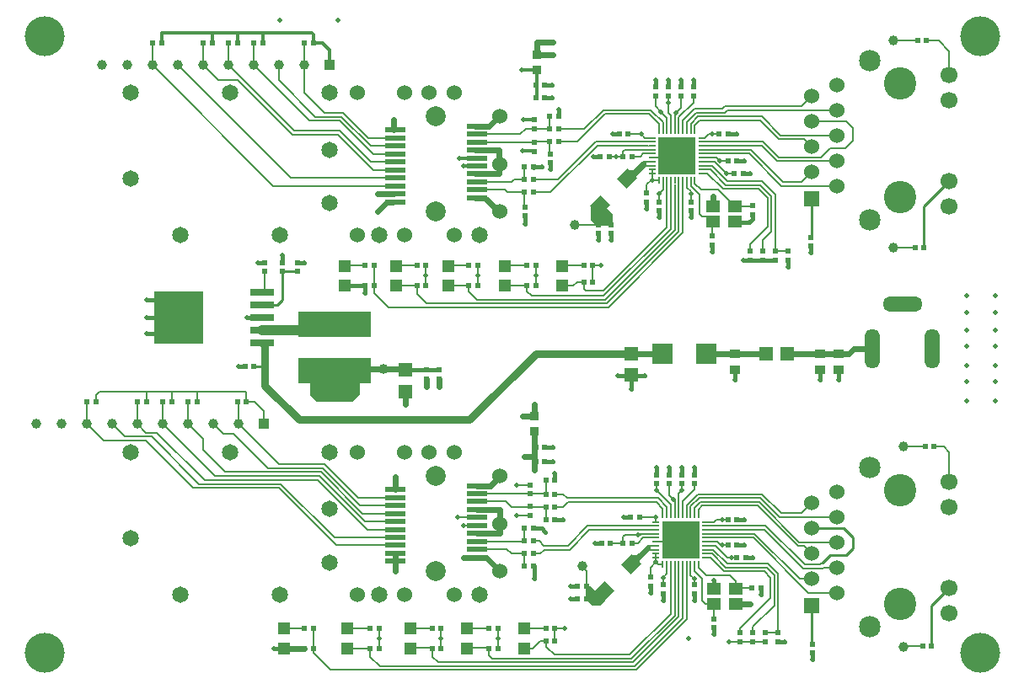
<source format=gtl>
%FSLAX44Y44*%
%MOMM*%
G71*
G01*
G75*
G04 Layer_Physical_Order=1*
G04 Layer_Color=255*
%ADD10R,0.5000X0.6000*%
%ADD11R,0.6000X0.5000*%
%ADD12R,1.2954X1.1938*%
%ADD13R,2.0000X0.5004*%
%ADD14R,1.0160X0.8890*%
%ADD15R,1.3970X1.3970*%
G04:AMPARAMS|DCode=16|XSize=1.5mm|YSize=1.4mm|CornerRadius=0mm|HoleSize=0mm|Usage=FLASHONLY|Rotation=225.000|XOffset=0mm|YOffset=0mm|HoleType=Round|Shape=Rectangle|*
%AMROTATEDRECTD16*
4,1,4,0.0354,1.0253,1.0253,0.0354,-0.0354,-1.0253,-1.0253,-0.0354,0.0354,1.0253,0.0*
%
%ADD16ROTATEDRECTD16*%

%ADD17R,0.8000X0.2000*%
%ADD18R,0.2000X0.8000*%
%ADD19R,3.7000X3.7000*%
%ADD20R,1.4000X1.2000*%
%ADD21R,0.8128X0.8128*%
%ADD22C,1.0000*%
G04:AMPARAMS|DCode=23|XSize=2mm|YSize=2mm|CornerRadius=0mm|HoleSize=0mm|Usage=FLASHONLY|Rotation=180.000|XOffset=0mm|YOffset=0mm|HoleType=Round|Shape=RoundedRectangle|*
%AMROUNDEDRECTD23*
21,1,2.0000,2.0000,0,0,180.0*
21,1,2.0000,2.0000,0,0,180.0*
1,1,0.0000,-1.0000,1.0000*
1,1,0.0000,1.0000,1.0000*
1,1,0.0000,1.0000,-1.0000*
1,1,0.0000,-1.0000,-1.0000*
%
%ADD23ROUNDEDRECTD23*%
%ADD24R,2.4000X0.8000*%
%ADD25R,5.0000X5.3000*%
%ADD26R,1.3970X1.3970*%
%ADD27R,7.3000X2.6500*%
%ADD28C,0.8000*%
%ADD29C,0.1780*%
%ADD30C,0.4000*%
%ADD31C,0.2000*%
%ADD32C,0.3000*%
%ADD33C,0.6000*%
%ADD34C,0.1270*%
%ADD35C,0.2540*%
%ADD36C,0.1800*%
%ADD37C,1.0000*%
%ADD38R,0.8890X0.8890*%
%ADD39C,3.2500*%
%ADD40R,1.5240X1.5240*%
%ADD41C,1.5240*%
%ADD42C,2.1590*%
%ADD43C,1.7000*%
%ADD44C,1.6500*%
%ADD45R,1.0000X1.0000*%
%ADD46C,4.0000*%
%ADD47O,1.5000X4.0000*%
%ADD48O,4.0000X1.5000*%
%ADD49C,0.5000*%
%ADD50C,2.0000*%
G36*
X638810Y133510D02*
X638741D01*
Y133281D01*
X624840Y119380D01*
X622300D01*
X619760Y121920D01*
X635350Y137510D01*
X638810D01*
Y133510D01*
D02*
G37*
G36*
X584200Y91440D02*
X586740D01*
X593090Y85090D01*
Y82550D01*
X588010Y77470D01*
X580390D01*
X574730Y83130D01*
Y96520D01*
X579120D01*
X584200Y91440D01*
D02*
G37*
G36*
X346710Y309880D02*
Y289560D01*
X339090Y281940D01*
X303530D01*
X297180Y288290D01*
Y312420D01*
X344170D01*
X346710Y309880D01*
D02*
G37*
G36*
X635000Y519590D02*
X634931D01*
Y519361D01*
X621030Y505460D01*
X618490D01*
X615950Y508000D01*
Y509270D01*
X630271Y523591D01*
X635000D01*
Y519590D01*
D02*
G37*
G36*
X588950Y478790D02*
X593090D01*
X600710Y471170D01*
Y461700D01*
X599440Y460430D01*
X583510D01*
X579120Y464820D01*
Y478790D01*
X579590Y479260D01*
X588480D01*
X588950Y478790D01*
D02*
G37*
D10*
X300410Y642620D02*
D03*
X291410D02*
D03*
X249610D02*
D03*
X240610D02*
D03*
X224210D02*
D03*
X215210D02*
D03*
X198810D02*
D03*
X189810D02*
D03*
X921440Y36830D02*
D03*
X912440D02*
D03*
X148010Y642620D02*
D03*
X139010D02*
D03*
X476830Y34290D02*
D03*
X485830D02*
D03*
X240720Y317500D02*
D03*
X231720D02*
D03*
X352370Y398780D02*
D03*
X361370D02*
D03*
X352370Y419100D02*
D03*
X361370D02*
D03*
X404440D02*
D03*
X413440D02*
D03*
X404440Y398780D02*
D03*
X413440D02*
D03*
X456510D02*
D03*
X465510D02*
D03*
X456510Y419100D02*
D03*
X465510D02*
D03*
X514930D02*
D03*
X523930D02*
D03*
X514930Y398780D02*
D03*
X523930D02*
D03*
X572080Y402590D02*
D03*
X581080D02*
D03*
X572080Y419100D02*
D03*
X581080D02*
D03*
X620450Y528320D02*
D03*
X611450D02*
D03*
X616640Y551180D02*
D03*
X607640D02*
D03*
X707970D02*
D03*
X716970D02*
D03*
X723210Y511810D02*
D03*
X732210D02*
D03*
X532820Y600710D02*
D03*
X523820D02*
D03*
X532820Y588010D02*
D03*
X523820D02*
D03*
X532820Y222250D02*
D03*
X523820D02*
D03*
X532820Y236220D02*
D03*
X523820D02*
D03*
X620450Y139700D02*
D03*
X611450D02*
D03*
X598860D02*
D03*
X589860D02*
D03*
X628070Y166370D02*
D03*
X619070D02*
D03*
X716860Y163830D02*
D03*
X725860D02*
D03*
X716860Y138430D02*
D03*
X725860D02*
D03*
X725750Y125730D02*
D03*
X734750D02*
D03*
X740990Y95250D02*
D03*
X749990D02*
D03*
X574730Y96520D02*
D03*
X565730D02*
D03*
X574730Y83820D02*
D03*
X565730D02*
D03*
X537790Y568960D02*
D03*
X546790D02*
D03*
X537790Y556260D02*
D03*
X546790D02*
D03*
X537790Y543560D02*
D03*
X546790D02*
D03*
X512391Y518162D02*
D03*
X521391D02*
D03*
X512391Y505462D02*
D03*
X521391D02*
D03*
X512391Y492762D02*
D03*
X521391D02*
D03*
X533980Y54610D02*
D03*
X542980D02*
D03*
X533980Y41910D02*
D03*
X542980D02*
D03*
X476830Y54610D02*
D03*
X485830D02*
D03*
X419680D02*
D03*
X428680D02*
D03*
X419680Y34290D02*
D03*
X428680D02*
D03*
X357450Y54610D02*
D03*
X366450D02*
D03*
X357450Y34290D02*
D03*
X366450D02*
D03*
X291410Y54610D02*
D03*
X300410D02*
D03*
X291410Y34290D02*
D03*
X300410D02*
D03*
X512390Y116840D02*
D03*
X521390D02*
D03*
X512390Y129540D02*
D03*
X521390D02*
D03*
X512390Y142240D02*
D03*
X521390D02*
D03*
X512390Y154940D02*
D03*
X521390D02*
D03*
X533980Y203200D02*
D03*
X542980D02*
D03*
X533980Y189230D02*
D03*
X542980D02*
D03*
X533980Y176530D02*
D03*
X542980D02*
D03*
X533980Y163830D02*
D03*
X542980D02*
D03*
X716860Y524510D02*
D03*
X725860D02*
D03*
X597590Y528320D02*
D03*
X588590D02*
D03*
X916360Y645160D02*
D03*
X907360D02*
D03*
X132770Y281940D02*
D03*
X123770D02*
D03*
X158170D02*
D03*
X149170D02*
D03*
X81970D02*
D03*
X72970D02*
D03*
X183570D02*
D03*
X174570D02*
D03*
X913820Y436880D02*
D03*
X904820D02*
D03*
X923980Y237490D02*
D03*
X914980D02*
D03*
X233100Y281940D02*
D03*
X224100D02*
D03*
D11*
X800100Y438730D02*
D03*
Y447730D02*
D03*
X284480Y422330D02*
D03*
Y413330D02*
D03*
X269240D02*
D03*
Y422330D02*
D03*
X251460Y413330D02*
D03*
Y422330D02*
D03*
X426720Y314380D02*
D03*
Y305380D02*
D03*
X414020Y314380D02*
D03*
Y305380D02*
D03*
X586740Y460430D02*
D03*
Y451430D02*
D03*
X599440Y460430D02*
D03*
Y451430D02*
D03*
X669290Y589860D02*
D03*
Y598860D02*
D03*
X656590Y589860D02*
D03*
Y598860D02*
D03*
X681990Y589860D02*
D03*
Y598860D02*
D03*
X643890Y589860D02*
D03*
Y598860D02*
D03*
X741680Y479480D02*
D03*
Y470480D02*
D03*
X635000Y492180D02*
D03*
Y483180D02*
D03*
X647700Y483290D02*
D03*
Y474290D02*
D03*
X679450Y483290D02*
D03*
Y474290D02*
D03*
X701040Y449000D02*
D03*
Y440000D02*
D03*
X801370Y29790D02*
D03*
Y38790D02*
D03*
X741680Y50220D02*
D03*
Y41220D02*
D03*
X767080Y50220D02*
D03*
Y41220D02*
D03*
X754380Y50220D02*
D03*
Y41220D02*
D03*
X728980Y50220D02*
D03*
Y41220D02*
D03*
X702310Y64190D02*
D03*
Y55190D02*
D03*
X638810Y106100D02*
D03*
Y97100D02*
D03*
X521970Y565840D02*
D03*
Y556840D02*
D03*
Y533980D02*
D03*
Y542980D02*
D03*
X538480Y531550D02*
D03*
Y522550D02*
D03*
X513080Y478210D02*
D03*
Y469210D02*
D03*
X683260Y98480D02*
D03*
Y89480D02*
D03*
X651510Y98480D02*
D03*
Y89480D02*
D03*
X683260Y199970D02*
D03*
Y208970D02*
D03*
X670560Y199970D02*
D03*
Y208970D02*
D03*
X518160Y168220D02*
D03*
Y177220D02*
D03*
Y198810D02*
D03*
Y189810D02*
D03*
X657860Y199970D02*
D03*
Y208970D02*
D03*
X645160Y199970D02*
D03*
Y208970D02*
D03*
X751840Y433760D02*
D03*
Y424760D02*
D03*
X739140Y433760D02*
D03*
Y424760D02*
D03*
X777240Y433760D02*
D03*
Y424760D02*
D03*
X764540Y433760D02*
D03*
Y424760D02*
D03*
D12*
X454660Y54450D02*
D03*
Y34450D02*
D03*
X397510Y54450D02*
D03*
Y34450D02*
D03*
X334010Y54450D02*
D03*
Y34450D02*
D03*
X270510Y54450D02*
D03*
Y34450D02*
D03*
X511810Y54450D02*
D03*
Y34450D02*
D03*
X331470Y418940D02*
D03*
Y398940D02*
D03*
X383540Y418940D02*
D03*
Y398940D02*
D03*
X435610Y418940D02*
D03*
Y398940D02*
D03*
X492760Y418940D02*
D03*
Y398940D02*
D03*
X549910Y418940D02*
D03*
Y398940D02*
D03*
D13*
X464454Y197890D02*
D03*
Y189889D02*
D03*
Y181888D02*
D03*
Y173887D02*
D03*
Y165892D02*
D03*
Y157892D02*
D03*
Y149892D02*
D03*
Y141892D02*
D03*
Y133892D02*
D03*
Y125892D02*
D03*
X382463Y121893D02*
D03*
Y129894D02*
D03*
Y137895D02*
D03*
Y145896D02*
D03*
Y153892D02*
D03*
Y161892D02*
D03*
Y169892D02*
D03*
Y177892D02*
D03*
Y185892D02*
D03*
Y193892D02*
D03*
Y555285D02*
D03*
Y547285D02*
D03*
Y539285D02*
D03*
Y531285D02*
D03*
Y523285D02*
D03*
Y515285D02*
D03*
Y507290D02*
D03*
Y499289D02*
D03*
Y491288D02*
D03*
Y483287D02*
D03*
X464454Y487285D02*
D03*
Y495285D02*
D03*
Y503285D02*
D03*
Y511285D02*
D03*
Y519285D02*
D03*
Y527285D02*
D03*
Y535280D02*
D03*
Y543281D02*
D03*
Y551282D02*
D03*
Y559283D02*
D03*
D14*
X828040Y314579D02*
D03*
Y330581D02*
D03*
X808990Y314579D02*
D03*
Y330581D02*
D03*
X723900Y314579D02*
D03*
Y330581D02*
D03*
D15*
X392430Y292735D02*
D03*
Y314325D02*
D03*
X619760Y309245D02*
D03*
Y330835D02*
D03*
D16*
X615480Y506260D02*
D03*
X588480Y479260D02*
D03*
X619290Y118910D02*
D03*
X592290Y91910D02*
D03*
D17*
X640486Y547591D02*
D03*
Y543591D02*
D03*
Y539590D02*
D03*
Y535589D02*
D03*
Y531589D02*
D03*
Y527591D02*
D03*
Y523591D02*
D03*
Y519590D02*
D03*
Y515589D02*
D03*
Y511589D02*
D03*
X690474D02*
D03*
Y515589D02*
D03*
Y519590D02*
D03*
Y523591D02*
D03*
Y527591D02*
D03*
Y531589D02*
D03*
Y535589D02*
D03*
Y539590D02*
D03*
Y543591D02*
D03*
Y547591D02*
D03*
X644296Y161511D02*
D03*
Y157510D02*
D03*
Y153510D02*
D03*
Y149509D02*
D03*
Y145509D02*
D03*
Y141511D02*
D03*
Y137510D02*
D03*
Y133510D02*
D03*
Y129509D02*
D03*
Y125509D02*
D03*
X694284D02*
D03*
Y129509D02*
D03*
Y133510D02*
D03*
Y137510D02*
D03*
Y141511D02*
D03*
Y145509D02*
D03*
Y149509D02*
D03*
Y153510D02*
D03*
Y157510D02*
D03*
Y161511D02*
D03*
D18*
X683481Y504596D02*
D03*
X679481D02*
D03*
X675480D02*
D03*
X671479D02*
D03*
X667479D02*
D03*
X663481D02*
D03*
X659481D02*
D03*
X655480D02*
D03*
X651479D02*
D03*
X647479D02*
D03*
Y554584D02*
D03*
X651479D02*
D03*
X655480D02*
D03*
X659481D02*
D03*
X663481D02*
D03*
X667479D02*
D03*
X671479D02*
D03*
X675480D02*
D03*
X679481D02*
D03*
X683481D02*
D03*
X687291Y118516D02*
D03*
X683290D02*
D03*
X679290D02*
D03*
X675290D02*
D03*
X671289D02*
D03*
X667291D02*
D03*
X663290D02*
D03*
X659290D02*
D03*
X655290D02*
D03*
X651289D02*
D03*
Y168504D02*
D03*
X655290D02*
D03*
X659290D02*
D03*
X663290D02*
D03*
X667291D02*
D03*
X671289D02*
D03*
X675290D02*
D03*
X679290D02*
D03*
X683290D02*
D03*
X687291D02*
D03*
D19*
X665480Y529590D02*
D03*
X669290Y143510D02*
D03*
D20*
X723470Y478670D02*
D03*
X701470D02*
D03*
Y463670D02*
D03*
X723470D02*
D03*
X724740Y93860D02*
D03*
X702740D02*
D03*
Y78860D02*
D03*
X724740D02*
D03*
D21*
X522029Y252730D02*
D03*
Y267970D02*
D03*
X524510Y615950D02*
D03*
Y631190D02*
D03*
D22*
X892810Y35560D02*
D03*
X570230Y116840D02*
D03*
X370840Y314960D02*
D03*
X882650Y436880D02*
D03*
X563190Y460430D02*
D03*
X892810Y237490D02*
D03*
X882650Y645160D02*
D03*
X123190Y260350D02*
D03*
X148590D02*
D03*
X173990D02*
D03*
X199390D02*
D03*
X224790D02*
D03*
X97790D02*
D03*
X72390D02*
D03*
X46990D02*
D03*
X21590D02*
D03*
X189230Y621030D02*
D03*
X214630D02*
D03*
X240030D02*
D03*
X265430D02*
D03*
X290830D02*
D03*
X163830D02*
D03*
X138430D02*
D03*
X113030D02*
D03*
X87630D02*
D03*
D23*
X695100Y330200D02*
D03*
X651100D02*
D03*
D24*
X249010Y341630D02*
D03*
Y354330D02*
D03*
Y367030D02*
D03*
Y379730D02*
D03*
Y392430D02*
D03*
D25*
X165010Y367030D02*
D03*
D26*
X755015Y330200D02*
D03*
X776605D02*
D03*
D27*
X321310Y313300D02*
D03*
Y359800D02*
D03*
D28*
X285750Y264160D02*
X457200D01*
X251460Y298450D02*
X285750Y264160D01*
X251460Y298450D02*
Y339180D01*
X249010Y341630D02*
X251460Y339180D01*
X523875Y330835D02*
X619760D01*
X457200Y264160D02*
X523875Y330835D01*
D29*
X694735Y107950D02*
X718820D01*
X723010Y95250D02*
X740410D01*
X724740Y93860D02*
Y102030D01*
X718820Y107950D02*
X724740Y102030D01*
X683290Y111729D02*
X690880Y104140D01*
X702310Y64190D02*
Y74470D01*
Y78860D02*
X702740D01*
X694570D02*
X702310D01*
X690880Y82550D02*
Y104140D01*
Y82550D02*
X694570Y78860D01*
X759520Y85150D02*
Y105410D01*
X728980Y54610D02*
X759520Y85150D01*
X728980Y50220D02*
Y54610D01*
X699460Y125509D02*
X713149Y111820D01*
X753110D02*
X759520Y105410D01*
X713149Y111820D02*
X753110D01*
X694284Y125509D02*
X699460D01*
X700805Y129509D02*
X714714Y115600D01*
X694284Y129509D02*
X700805D01*
X767080Y50220D02*
Y109486D01*
X716280Y119380D02*
X757186D01*
X767080Y109486D01*
X763300Y77500D02*
Y107920D01*
X755620Y115600D02*
X763300Y107920D01*
X714714Y115600D02*
X755620D01*
X741680Y55880D02*
X763300Y77500D01*
X741680Y50220D02*
Y55880D01*
X702150Y133510D02*
X716280Y119380D01*
X636445Y137510D02*
X644296D01*
X622475Y123540D02*
X636445Y137510D01*
X619760Y123540D02*
X622475D01*
X809259Y118379D02*
X811530Y120650D01*
X663481Y554584D02*
Y565150D01*
X754380Y50220D02*
X767080D01*
X686273Y189230D02*
X751101D01*
X769953Y170379D01*
X790855D01*
X687839Y185450D02*
X749536D01*
X768387Y166599D02*
X826165D01*
X749536Y185450D02*
X768387Y166599D01*
X747970Y181670D02*
X788441Y141199D01*
X826165D01*
X746404Y177890D02*
X786876Y137419D01*
X792836D01*
X754615Y157510D02*
X793746Y118379D01*
X809259D01*
X792181Y114599D02*
X811829D01*
X753381Y153399D02*
X792181Y114599D01*
X742221Y145509D02*
X797331Y90399D01*
X826165D01*
X788987Y104089D02*
X800766D01*
X317500Y12700D02*
X624633D01*
X675290Y63357D01*
X367060Y16480D02*
X623067D01*
X671289Y64702D01*
X425510Y20260D02*
X621501D01*
X667291Y66050D01*
X480150Y24040D02*
X619936D01*
X663290Y67395D01*
X542410Y27820D02*
X618370D01*
X659290Y68740D01*
X687291Y115394D02*
X694735Y107950D01*
X687291Y115394D02*
Y118516D01*
X694284Y133510D02*
X702150D01*
X640486Y527591D02*
X663481D01*
X631919Y531589D02*
X640486D01*
X574730Y83820D02*
X584200D01*
X574730D02*
Y96520D01*
Y112340D01*
X570230Y116840D02*
X574730Y112340D01*
X584200Y83820D02*
X592290Y91910D01*
X631919Y145509D02*
X644296D01*
Y141511D02*
X653052D01*
X636270Y133510D02*
X644296D01*
X300410Y29790D02*
X317500Y12700D01*
X357450Y26090D02*
X367060Y16480D01*
X419680Y26090D02*
X425510Y20260D01*
X476830Y27360D02*
X480150Y24040D01*
X533980Y36250D02*
X542410Y27820D01*
X375920Y377190D02*
X596693D01*
X361370Y391740D02*
X375920Y377190D01*
X413990Y381030D02*
X595187D01*
X404440Y390580D02*
X413990Y381030D01*
X596693Y377190D02*
X671479Y451977D01*
X595187Y381030D02*
X667479Y453322D01*
X593621Y384810D02*
X663481Y454670D01*
X464820Y384810D02*
X593621D01*
X592086Y388620D02*
X659481Y456015D01*
X519430Y388620D02*
X592086D01*
X591820Y393700D02*
X655480Y457360D01*
X574040Y393700D02*
X591820D01*
X713790Y572820D02*
X716509Y575539D01*
X826165D01*
X690474Y535589D02*
X739756D01*
X772227Y503119D01*
X790855D01*
X770661Y499339D02*
X826165D01*
X738411Y531589D02*
X770661Y499339D01*
X690474Y531589D02*
X738411D01*
X690474Y543591D02*
X752075D01*
X767747Y527919D01*
X809859D01*
X766181Y524139D02*
X811425D01*
X750730Y539590D02*
X766181Y524139D01*
X690474Y539590D02*
X750730D01*
X750490Y569040D02*
X769391Y550139D01*
X826165D01*
X790855Y503119D02*
X800766Y513029D01*
X694284Y149509D02*
X743566D01*
X788987Y104089D01*
X694284Y145509D02*
X742221D01*
X694284Y157510D02*
X754615D01*
X694394Y153399D02*
X753381D01*
X689404Y181670D02*
X747970D01*
X690970Y177890D02*
X746404D01*
X628476Y165964D02*
X644296D01*
Y161511D02*
Y165964D01*
X670560Y193040D02*
Y199970D01*
X667291Y189771D02*
X670560Y193040D01*
X667291Y168504D02*
Y189771D01*
X651510Y105410D02*
X655290Y109190D01*
Y118516D01*
X651510Y98480D02*
Y105410D01*
X687291Y174211D02*
X690970Y177890D01*
X683290Y175556D02*
X689404Y181670D01*
X679290Y176901D02*
X687839Y185450D01*
X675290Y178247D02*
X686273Y189230D01*
X645160Y193040D02*
X659290Y178910D01*
X645160Y193040D02*
Y199970D01*
X720090Y125730D02*
X725750D01*
X716280D02*
X720090D01*
X711200Y163830D02*
X716860D01*
X704850D02*
X711200D01*
X704500Y137510D02*
X716280Y125730D01*
X694284Y137510D02*
X704500D01*
X694284Y141511D02*
X705579D01*
X702531Y161511D02*
X704850Y163830D01*
X694284Y161511D02*
X702531D01*
X790855Y170379D02*
X800766Y180289D01*
X792836Y137419D02*
X800766Y129489D01*
X690474Y527591D02*
X699229D01*
X681990Y582930D02*
Y590550D01*
X667479Y568419D02*
X681990Y582930D01*
X667479Y554584D02*
Y568419D01*
X659481Y554584D02*
Y569879D01*
X655480Y554584D02*
Y567530D01*
X565150Y543560D02*
X593090Y571500D01*
X546790Y543560D02*
X565150D01*
X572504Y556260D02*
X591554Y575310D01*
X546790Y556260D02*
X572504D01*
X812024Y524739D02*
X826165D01*
X811425Y524139D02*
X812024Y524739D01*
X809859Y527919D02*
X819150Y537210D01*
X834390D02*
X842010Y544830D01*
X819150Y537210D02*
X834390D01*
X835711Y563829D02*
X842010Y557530D01*
X800766Y563829D02*
X835711D01*
X842010Y544830D02*
Y557530D01*
X686729Y569040D02*
X750490D01*
X639076Y575310D02*
X651479Y562906D01*
X591554Y575310D02*
X639076D01*
X593090Y571500D02*
X637540D01*
X521391Y492762D02*
X538748D01*
X585796Y539810D02*
X593090D01*
X538748Y492762D02*
X585796Y539810D01*
X584230Y543591D02*
X640486D01*
X546102Y505462D02*
X584230Y543591D01*
X521391Y505462D02*
X546102D01*
X588211Y539590D02*
X636270D01*
X671479Y451977D02*
Y504596D01*
X667479Y453322D02*
Y504596D01*
X663481Y454670D02*
Y500380D01*
X659481Y456015D02*
Y504596D01*
X655480Y457360D02*
Y504596D01*
X361370Y391740D02*
Y398780D01*
Y419100D01*
X331630D02*
X352370D01*
X404440Y390580D02*
Y398780D01*
X383700D02*
X404440D01*
X383700Y419100D02*
X404440D01*
X456510Y393120D02*
X464820Y384810D01*
X456510Y393120D02*
Y398780D01*
X435770D02*
X456510D01*
X435770Y419100D02*
X456510D01*
X514930Y393120D02*
X519430Y388620D01*
X514930Y393120D02*
Y398780D01*
X492920D02*
X514930D01*
X572080Y395660D02*
X574040Y393700D01*
X572080Y395660D02*
Y402590D01*
X565150D02*
X572080D01*
X561500Y398940D02*
X565150Y402590D01*
X549910Y398940D02*
X561500D01*
X550070Y419100D02*
X572080D01*
X626110Y139700D02*
X631919Y145509D01*
X620450Y139700D02*
X626110D01*
X533980Y36250D02*
Y41910D01*
X528320D02*
X533980D01*
X520860Y34450D02*
X528320Y41910D01*
X511810Y34450D02*
X520860D01*
X675290Y63357D02*
Y118516D01*
X671289Y64702D02*
Y118516D01*
X667291Y66050D02*
Y118516D01*
X663290Y67395D02*
Y118516D01*
X659290Y68740D02*
Y118516D01*
X300410Y34290D02*
Y54610D01*
Y29790D02*
Y34290D01*
X357290D02*
Y34450D01*
X357450Y26090D02*
Y34290D01*
X397510Y34610D02*
X419360D01*
Y34290D02*
Y34610D01*
X419680Y26090D02*
Y34290D01*
X454660Y34610D02*
X476510D01*
Y34290D02*
Y34610D01*
X476830Y27360D02*
Y34290D01*
X813029Y115799D02*
X826165D01*
X811829Y114599D02*
X813029Y115799D01*
X511970Y54610D02*
X533980D01*
X454660D02*
X476830D01*
X397510D02*
X419680D01*
X334860D02*
X358140D01*
X637540Y571500D02*
X647479Y561561D01*
X685163Y572820D02*
X713790D01*
X683290Y111729D02*
Y118516D01*
X334010Y34450D02*
X357290D01*
X272310Y54610D02*
X292100D01*
X659290Y168504D02*
Y178910D01*
X683260Y194310D02*
Y199970D01*
X671289Y182339D02*
X683260Y194310D01*
X671289Y168504D02*
Y182339D01*
X512390Y142240D02*
Y154940D01*
X512042Y141892D02*
X512390Y142240D01*
X464454Y141892D02*
X512042D01*
X499110Y129540D02*
X512390D01*
X494758Y133892D02*
X499110Y129540D01*
X464454Y133892D02*
X494758D01*
X675290Y168504D02*
Y178247D01*
X679290Y168504D02*
Y176901D01*
X683290Y168504D02*
Y175556D01*
X687291Y168504D02*
Y174211D01*
X694284Y153510D02*
X694394Y153399D01*
X675480Y563137D02*
X685163Y572820D01*
X675480Y554584D02*
Y563137D01*
X679591Y561902D02*
X686729Y569040D01*
X679591Y554694D02*
Y561902D01*
X679481Y554584D02*
X679591Y554694D01*
X651479Y554584D02*
Y562906D01*
X647479Y554584D02*
Y561561D01*
D30*
X737870Y462280D02*
X741680Y466090D01*
Y470480D01*
X521393Y518160D02*
X529590D01*
X702310Y96520D02*
Y102560D01*
X352370Y391850D02*
Y398780D01*
X749990Y88320D02*
Y95250D01*
X599440Y444500D02*
Y451430D01*
X586740Y444500D02*
Y451430D01*
X828040Y304220D02*
Y311150D01*
X808990Y304220D02*
Y311150D01*
X723900Y304220D02*
Y311150D01*
X626110Y308610D02*
X633040D01*
X606480D02*
X613410D01*
X619760Y295330D02*
Y302260D01*
X739140Y424760D02*
X764540D01*
X732210D02*
X739140D01*
X800100Y431800D02*
Y438730D01*
X777240Y417830D02*
Y424760D01*
X635000Y476250D02*
Y483180D01*
X647700Y467360D02*
Y474290D01*
X679450Y467360D02*
Y474290D01*
X701040Y433070D02*
Y440000D01*
X723900Y462280D02*
X737870D01*
X732210Y511810D02*
X739140D01*
X725860Y524510D02*
X732790D01*
X718820Y551180D02*
X725750D01*
X581660Y528320D02*
X588590D01*
X600710Y551180D02*
X607640D01*
X681990Y598860D02*
Y605790D01*
X669290Y598860D02*
Y605790D01*
X656590Y598860D02*
Y605790D01*
X643890Y598860D02*
Y605790D01*
X532820Y600710D02*
X539750D01*
X532820Y588010D02*
X539750D01*
X538480Y515620D02*
Y522550D01*
X546790Y568960D02*
Y575890D01*
X513080Y461010D02*
Y468630D01*
X284480Y422330D02*
X291410D01*
X269240D02*
Y429260D01*
X244530Y422330D02*
X251460D01*
X132770Y367030D02*
X139700D01*
X132770Y350520D02*
X139700D01*
X132770Y384810D02*
X139700D01*
X233680Y367030D02*
X238760D01*
X224790Y317500D02*
X231720D01*
X801370Y22860D02*
Y29790D01*
X767080Y41220D02*
X774010D01*
X683260Y208970D02*
Y215900D01*
X670560Y208970D02*
Y215900D01*
X657860Y208970D02*
Y215900D01*
X645160Y208970D02*
Y215900D01*
X261040Y34290D02*
X267970D01*
X558800Y96520D02*
X565730D01*
X558800Y83820D02*
X565730D01*
X612140Y166370D02*
X619070D01*
X582930Y139700D02*
X589860D01*
X734750Y125730D02*
X741680D01*
X725860Y138430D02*
X732790D01*
X725860Y163830D02*
X732790D01*
X683260Y82550D02*
Y89480D01*
X651510Y82550D02*
Y89480D01*
X638810Y90170D02*
Y97100D01*
X702310Y48260D02*
Y55190D01*
X521970Y104140D02*
Y116840D01*
X529590Y154940D02*
X533400Y151130D01*
X521390Y154940D02*
X529590D01*
X542980Y163830D02*
X551180D01*
X542980Y203200D02*
Y210240D01*
X532820Y222250D02*
X541020D01*
X532820Y236220D02*
X541020D01*
X392430Y314325D02*
X426665D01*
X331630Y398780D02*
X352370D01*
D31*
X696208Y511589D02*
X711607Y496190D01*
X690474Y511589D02*
X696208D01*
X699196Y515589D02*
X714595Y500190D01*
X690474Y515589D02*
X699196D01*
X760540Y453200D02*
Y488563D01*
X751840Y433760D02*
Y444500D01*
X760540Y453200D01*
X756540Y458090D02*
Y486906D01*
X739140Y440690D02*
X756540Y458090D01*
X739140Y433760D02*
Y440690D01*
X747256Y496190D02*
X756540Y486906D01*
X711607Y496190D02*
X747256D01*
X714595Y500190D02*
X748913D01*
X706840Y495300D02*
X723470Y478670D01*
X689610Y495300D02*
X706840D01*
X748913Y500190D02*
X760540Y488563D01*
X683481Y501429D02*
X689610Y495300D01*
X615480Y506260D02*
Y507705D01*
X631365Y523591D01*
X542980Y54610D02*
X552450D01*
X635000Y500380D02*
X640486Y505866D01*
Y511589D02*
Y515589D01*
Y505866D02*
Y511589D01*
Y504596D02*
Y505866D01*
Y504596D02*
X647479D01*
X211330Y211580D02*
X307966D01*
X189230Y233680D02*
X211330Y211580D01*
X189230Y233680D02*
Y245110D01*
X209550Y250190D02*
X220403D01*
X199390Y260350D02*
X209550Y250190D01*
X220403D02*
X255013Y215580D01*
X173990Y260350D02*
X189230Y245110D01*
X185230Y199580D02*
X267626D01*
X137638Y247172D02*
X185230Y199580D01*
X110968Y247172D02*
X137638D01*
X201360Y207580D02*
X306310D01*
X148590Y260350D02*
X201360Y207580D01*
X132368Y251172D02*
X143222D01*
X179763Y195580D02*
X265969D01*
X89568Y243172D02*
X132172D01*
X179763Y195580D01*
X265560Y219580D02*
X311280D01*
X224790Y260350D02*
X265560Y219580D01*
X72390Y260350D02*
X89568Y243172D01*
X581080Y419100D02*
X589280D01*
X656590Y582930D02*
Y589860D01*
Y572770D02*
Y582930D01*
X718130Y41220D02*
X754380D01*
X643890Y579120D02*
X649685Y573325D01*
X655480Y567530D01*
X663589Y565258D02*
Y572149D01*
X663481Y565150D02*
X663589Y565258D01*
Y572149D02*
X664210Y572770D01*
X669290Y577850D02*
Y589860D01*
X664210Y572770D02*
X669290Y577850D01*
X633509Y547591D02*
X640486D01*
X629920Y551180D02*
X633509Y547591D01*
X616640Y551180D02*
X629920D01*
X504770Y168220D02*
X518160D01*
X504770Y198810D02*
X518160D01*
X581080Y402590D02*
Y419100D01*
X523930Y398780D02*
Y419100D01*
X465510Y398780D02*
Y419100D01*
X413440Y398780D02*
Y408940D01*
Y419100D01*
X366450Y34290D02*
Y54610D01*
X428680Y34290D02*
Y54610D01*
X485830Y34290D02*
Y54610D01*
X542980Y41910D02*
Y54610D01*
X265969Y195580D02*
X323654Y137895D01*
X267626Y199580D02*
X321310Y145896D01*
X190813Y203580D02*
X304653D01*
X143222Y251172D02*
X190813Y203580D01*
X304653D02*
X354341Y153892D01*
X563190Y460430D02*
X599440D01*
X531940Y137350D02*
X555873D01*
X527050Y142240D02*
X531940Y137350D01*
X521390Y142240D02*
X527050D01*
X532130Y133350D02*
X557530D01*
X528320Y129540D02*
X532130Y133350D01*
X521390Y129540D02*
X528320D01*
X555873Y137350D02*
X576034Y157510D01*
X557530Y133350D02*
X577690Y153510D01*
X576034Y157510D02*
X644296D01*
X577690Y153510D02*
X644296D01*
X556070Y181420D02*
X644773D01*
X551180Y176530D02*
X556070Y181420D01*
X542980Y176530D02*
X551180D01*
X554990Y185420D02*
X646430D01*
X542980Y189230D02*
X551180D01*
X554990Y185420D01*
X723470Y478670D02*
X739710D01*
X764540Y433760D02*
X777240D01*
X764540D02*
Y490220D01*
X750570Y504190D02*
X764540Y490220D01*
X716252Y504190D02*
X750570D01*
X700852Y519590D02*
X716252Y504190D01*
X690474Y519590D02*
X700852D01*
X690474Y523591D02*
X703216D01*
X714996Y511810D01*
X723210D01*
X708660Y524510D02*
X714320D01*
X705580Y527590D02*
X708660Y524510D01*
X699230Y527590D02*
X705580D01*
X683481Y501429D02*
Y504596D01*
X679481Y499080D02*
X688340Y490220D01*
X679450Y483290D02*
Y493453D01*
X675480Y497423D02*
X679450Y493453D01*
X679481Y499080D02*
Y504596D01*
X675480Y497423D02*
Y504596D01*
X690760Y468750D02*
X705280D01*
X688340Y471170D02*
X690760Y468750D01*
X688340Y471170D02*
Y490220D01*
X701040Y449000D02*
Y463240D01*
X647700Y483290D02*
Y491490D01*
X651479Y495270D01*
Y504596D01*
X635000Y492180D02*
Y500380D01*
X631350Y519590D02*
X640486D01*
X631365Y523591D02*
X640486D01*
X613060Y535589D02*
X640486D01*
X611450Y533980D02*
X613060Y535589D01*
X611450Y528320D02*
Y533980D01*
X604520Y528320D02*
X611450D01*
X598860D02*
X604520D01*
X449992Y157892D02*
X464454D01*
X445292Y165892D02*
X464454D01*
X638810Y115570D02*
X644296Y121056D01*
X638810Y106100D02*
Y115570D01*
X663290Y168504D02*
Y182530D01*
X657860Y187960D02*
X663290Y182530D01*
X657860Y187960D02*
Y199970D01*
X626110Y149509D02*
X629920D01*
X644296D01*
X251460Y392430D02*
Y413330D01*
X711330Y576710D02*
X714049Y579429D01*
X790965D01*
X800766Y589229D01*
X688340Y565150D02*
X748879D01*
X793095Y546100D02*
X800766Y538429D01*
X767929Y546100D02*
X793095D01*
X748879Y565150D02*
X767929Y546100D01*
X265430Y605790D02*
X302450Y568770D01*
X296290Y564770D02*
X326886D01*
X240030Y621030D02*
X296290Y564770D01*
X326886D02*
X360371Y531285D01*
X328543Y568770D02*
X358028Y539285D01*
X302450Y568770D02*
X328543D01*
X330200Y572770D02*
X355685Y547285D01*
X311150Y572770D02*
X330200D01*
X290830Y593090D02*
X311150Y572770D01*
X265430Y605790D02*
Y621030D01*
X324733Y550990D02*
X360438Y515285D01*
X279013Y550990D02*
X324733D01*
X358095Y523285D02*
X381195D01*
X326390Y554990D02*
X358095Y523285D01*
X280670Y554990D02*
X326390D01*
X360438Y515285D02*
X381195D01*
X224403Y605600D02*
X279013Y550990D01*
X214630Y621030D02*
X280670Y554990D01*
X204660Y605600D02*
X224403D01*
X163830Y621030D02*
X277570Y507290D01*
X260171Y499289D02*
X381195D01*
X138430Y621030D02*
X260171Y499289D01*
X189230Y621030D02*
Y642040D01*
X138430Y621030D02*
Y642040D01*
X277570Y507290D02*
X381195D01*
X189230Y621030D02*
X204660Y605600D01*
X214630Y621030D02*
Y642040D01*
X360371Y531285D02*
X381195D01*
X240030Y621030D02*
Y642040D01*
X358028Y539285D02*
X381195D01*
X355685Y547285D02*
X381195D01*
X290830Y593090D02*
Y621030D01*
Y642040D01*
X629001Y148590D02*
X629920Y149509D01*
X626110Y148590D02*
X629001D01*
X611450Y146740D02*
X613300Y148590D01*
X626110D01*
X711200Y138430D02*
X716860D01*
X709081D02*
X711200D01*
X679290Y108110D02*
X683260Y104140D01*
X679290Y108110D02*
Y118516D01*
X683260Y98480D02*
Y104140D01*
X644296Y121056D02*
X646836Y118516D01*
X651289D01*
X644296Y121056D02*
Y125509D01*
Y129509D01*
X644773Y181420D02*
X651289Y174904D01*
X646430Y185420D02*
X655290Y176560D01*
X651289Y168504D02*
Y174904D01*
X655290Y168504D02*
Y176560D01*
X706000Y141511D02*
X709081Y138430D01*
X705579Y141511D02*
X706000D01*
X939195Y610870D02*
Y634334D01*
X928370Y645160D02*
X939195Y634334D01*
X916360Y645160D02*
X928370D01*
X882650D02*
X907360D01*
X939195Y201930D02*
Y231744D01*
X933450Y237490D02*
X939195Y231744D01*
X923980Y237490D02*
X933450D01*
X892810D02*
X914980D01*
X311280Y219580D02*
X344968Y185892D01*
X309623Y215580D02*
X347312Y177892D01*
X255013Y215580D02*
X309623D01*
X307966Y211580D02*
X349655Y169892D01*
X306310Y207580D02*
X351998Y161892D01*
X323654Y137895D02*
X382463D01*
X321310Y145896D02*
X382463D01*
X132770Y281940D02*
Y292680D01*
X184150D02*
X233100D01*
X85670D02*
X184150D01*
X183570Y292100D02*
X184150Y292680D01*
X183570Y281940D02*
Y292100D01*
X158170Y281940D02*
Y291990D01*
X81970Y281940D02*
Y288980D01*
X85670Y292680D01*
X233100Y281940D02*
Y292680D01*
X123190Y260350D02*
Y281360D01*
X123770Y281940D01*
X173990Y260350D02*
Y281360D01*
X148590Y260350D02*
Y281250D01*
X72390Y260350D02*
Y281360D01*
X97790Y260350D02*
X110968Y247172D01*
X123190Y260350D02*
X132368Y251172D01*
X354341Y153892D02*
X382463D01*
X351998Y161892D02*
X382463D01*
X349655Y169892D02*
X382463D01*
X347312Y177892D02*
X382463D01*
X344968Y185892D02*
X382463D01*
X233100Y281940D02*
X241300D01*
X224790Y260350D02*
Y281250D01*
X250190Y260350D02*
Y273050D01*
X241300Y281940D02*
X250190Y273050D01*
X699229Y527591D02*
X699230Y527590D01*
X697230Y551180D02*
X707970D01*
X693641Y547591D02*
X697230Y551180D01*
X690474Y547591D02*
X693641D01*
X656590Y572770D02*
X659481Y569879D01*
X643890Y579120D02*
Y589860D01*
X894080Y36830D02*
X912440D01*
X882650Y436880D02*
X904820D01*
X492920Y419100D02*
X514930D01*
X598860Y139700D02*
X611450D01*
Y146740D01*
X683390Y576710D02*
X711330D01*
X512390Y116840D02*
Y129540D01*
X533980Y190500D02*
Y203200D01*
Y189230D02*
Y190500D01*
Y163830D02*
Y176530D01*
X493752Y181888D02*
X499110Y176530D01*
X533980D01*
X533369Y189889D02*
X533980Y190500D01*
X464454Y189889D02*
X533369D01*
X464454Y181888D02*
X493752D01*
X671479Y564799D02*
X683390Y576710D01*
X671479Y554584D02*
Y564799D01*
X683481Y560291D02*
X688340Y565150D01*
X683481Y554584D02*
Y560291D01*
D32*
X524510Y588700D02*
Y615950D01*
X510650Y534560D02*
X521970D01*
X511120Y565840D02*
X521970D01*
X509270Y615950D02*
X524510D01*
X316230Y635000D02*
Y636270D01*
Y621030D02*
Y635000D01*
X308610Y642620D02*
X309880D01*
X300410D02*
X308610D01*
X309880D02*
X316230Y636270D01*
X450850Y519285D02*
X463186D01*
X447275Y527285D02*
X463186D01*
X249610Y653470D02*
X298450D01*
X148010D02*
X249610D01*
Y642620D02*
Y653470D01*
X224210Y642620D02*
Y651620D01*
X198810Y642620D02*
Y652890D01*
X308610Y642620D02*
X316230Y635000D01*
X298450Y653470D02*
X300410Y651510D01*
Y642620D02*
Y651510D01*
X148010Y642620D02*
Y653470D01*
D33*
X522029Y213360D02*
Y227330D01*
X522029Y227330D02*
X522029Y227330D01*
X511869Y227330D02*
X522029D01*
X487837Y159842D02*
Y173887D01*
X464454D02*
X487837D01*
Y149892D02*
Y159842D01*
X464454Y149892D02*
X487837D01*
X486569Y511285D02*
Y535280D01*
X464454D02*
X486569D01*
X464454Y511285D02*
X486569D01*
X463186Y487285D02*
X472518D01*
X486568Y473235D01*
X463186Y511285D02*
X464454D01*
X463186Y535280D02*
X464454D01*
X374067Y483287D02*
X380417D01*
X364490Y473710D02*
X374067Y483287D01*
X521391Y518162D02*
X521393Y518160D01*
X524510Y643890D02*
X541020D01*
X524510Y631190D02*
Y643890D01*
Y631190D02*
X541020D01*
X364692Y491288D02*
X381195D01*
Y555285D02*
Y566225D01*
X476617Y559283D02*
X486570Y569236D01*
X463186Y559283D02*
X476617D01*
X270510Y34450D02*
X291250D01*
X724740Y78860D02*
X739260D01*
X522029Y227330D02*
Y252730D01*
X510599Y267970D02*
X522029D01*
Y279400D01*
X426720Y297180D02*
Y305380D01*
X414020Y297180D02*
Y305380D01*
X392430Y279400D02*
Y292735D01*
X382463Y193892D02*
Y206817D01*
Y121893D02*
Y129894D01*
Y111953D02*
Y121893D01*
X473786Y125892D02*
X487836Y111841D01*
X464454Y125892D02*
X473786D01*
X477885Y197890D02*
X487838Y207843D01*
X464454Y197890D02*
X477885D01*
X450850Y125892D02*
X464454D01*
X701470Y478670D02*
Y488520D01*
X861653Y335280D02*
Y341978D01*
X842899Y335280D02*
X861653D01*
X837819Y330200D02*
X842899Y335280D01*
X370840Y314960D02*
X391795D01*
X322970D02*
X370840D01*
X619760Y330835D02*
X650465D01*
X776605Y330200D02*
X837819D01*
X695100D02*
X755015D01*
D34*
X463186Y551282D02*
X464454D01*
X508102D01*
X513660Y556840D01*
X464454Y543281D02*
X522271D01*
X463186D02*
X464454D01*
X522550Y543560D02*
X537790D01*
X522271Y543281D02*
X522550Y543560D01*
X521970Y542980D02*
X522271Y543281D01*
X537790Y532240D02*
Y543560D01*
X537210Y556840D02*
Y568270D01*
X513660Y556840D02*
X537210D01*
X512391Y505462D02*
Y518162D01*
X501652Y505462D02*
X512391D01*
X499475Y503285D02*
X501652Y505462D01*
X463186Y503285D02*
X499475D01*
X512391Y478791D02*
Y492762D01*
X495298D02*
X512391D01*
X492775Y495285D02*
X495298Y492762D01*
X463186Y495285D02*
X492775D01*
D35*
X811530Y120650D02*
X819150Y128270D01*
X835660D01*
X842010Y134620D01*
Y146050D01*
X833171Y154889D02*
X842010Y146050D01*
X800766Y154889D02*
X833171D01*
X269240Y384810D02*
Y413330D01*
X264160Y379730D02*
X269240Y384810D01*
X249010Y379730D02*
X264160D01*
X240720Y317500D02*
X251460D01*
X921440Y77495D02*
X939195Y95250D01*
X921440Y36830D02*
Y77495D01*
X913820Y478815D02*
X939195Y504190D01*
X913820Y436880D02*
Y478815D01*
X800704Y448335D02*
Y486504D01*
Y39455D02*
Y77564D01*
X269240Y413330D02*
X284480D01*
D36*
X620450Y528320D02*
X628650D01*
X631919Y531589D01*
D37*
X304800Y358140D02*
X323850D01*
X295910Y367030D02*
X304800Y358140D01*
X249010Y354330D02*
X294640D01*
D38*
X620395Y511175D02*
D03*
X624205Y123825D02*
D03*
D39*
X889666Y601828D02*
D03*
Y487832D02*
D03*
Y192888D02*
D03*
Y78892D02*
D03*
D40*
X800704Y486504D02*
D03*
Y77564D02*
D03*
D41*
X826165Y499339D02*
D03*
X800766Y513029D02*
D03*
X826165Y524739D02*
D03*
X800766Y538429D02*
D03*
X826165Y550139D02*
D03*
X800766Y563829D02*
D03*
X826165Y575539D02*
D03*
X800766Y589229D02*
D03*
X826165Y600939D02*
D03*
Y90399D02*
D03*
X800766Y104089D02*
D03*
X826165Y115799D02*
D03*
X800766Y129489D02*
D03*
X826165Y141199D02*
D03*
X800766Y154889D02*
D03*
X826165Y166599D02*
D03*
X800766Y180289D02*
D03*
X826165Y191999D02*
D03*
X344840Y450035D02*
D03*
X391840D02*
D03*
X441840D02*
D03*
X487837Y473236D02*
D03*
X487839Y521236D02*
D03*
X487839Y569236D02*
D03*
X441839Y592535D02*
D03*
X416839Y592534D02*
D03*
X391839Y592535D02*
D03*
X344839Y592535D02*
D03*
X344840Y88642D02*
D03*
X391840D02*
D03*
X441840D02*
D03*
X487837Y111843D02*
D03*
X487839Y159843D02*
D03*
X487839Y207843D02*
D03*
X441839Y231142D02*
D03*
X416839Y231140D02*
D03*
X391839Y231142D02*
D03*
X344839Y231142D02*
D03*
D42*
X859160Y464820D02*
D03*
Y624840D02*
D03*
Y55880D02*
D03*
Y215900D02*
D03*
D43*
X939195Y610870D02*
D03*
Y585470D02*
D03*
Y478790D02*
D03*
Y504190D02*
D03*
Y201930D02*
D03*
Y176530D02*
D03*
Y69850D02*
D03*
Y95250D02*
D03*
D44*
X316839Y535734D02*
D03*
X316839Y481734D02*
D03*
X116838Y506733D02*
D03*
X166840Y450033D02*
D03*
X266840Y450034D02*
D03*
X366840D02*
D03*
X466840Y450034D02*
D03*
X316839Y592534D02*
D03*
X216839Y592534D02*
D03*
X116839Y592533D02*
D03*
X316839Y174340D02*
D03*
X316839Y120341D02*
D03*
X116838Y145340D02*
D03*
X166840Y88640D02*
D03*
X266840Y88640D02*
D03*
X366840D02*
D03*
X466840Y88641D02*
D03*
X316839Y231140D02*
D03*
X216839Y231140D02*
D03*
X116839Y231140D02*
D03*
D45*
X250190Y260350D02*
D03*
X316230Y621030D02*
D03*
D46*
X970000Y650000D02*
D03*
Y30000D02*
D03*
X30000Y650000D02*
D03*
Y30000D02*
D03*
D47*
X921871Y335960D02*
D03*
X861653Y335628D02*
D03*
D48*
X892166Y380654D02*
D03*
D49*
X985520Y388620D02*
D03*
X956310D02*
D03*
X985520Y283210D02*
D03*
X956310D02*
D03*
X985520Y302260D02*
D03*
X956310D02*
D03*
X985520Y318770D02*
D03*
X956310D02*
D03*
X985520Y337820D02*
D03*
X956310D02*
D03*
X985520Y354330D02*
D03*
X956310D02*
D03*
X985520Y372110D02*
D03*
X956310D02*
D03*
X445292Y165892D02*
D03*
X656590Y582930D02*
D03*
X679450Y491490D02*
D03*
X529590Y518160D02*
D03*
X676910Y134620D02*
D03*
X660400Y135890D02*
D03*
X676910Y151130D02*
D03*
X671830Y523240D02*
D03*
X657860D02*
D03*
X671830Y537210D02*
D03*
X657860D02*
D03*
X352370Y391850D02*
D03*
X749990Y88320D02*
D03*
X599440Y444500D02*
D03*
X586740D02*
D03*
X828040Y304220D02*
D03*
X808990D02*
D03*
X723900D02*
D03*
X633040Y308610D02*
D03*
X606480D02*
D03*
X619760Y295330D02*
D03*
X800100Y431800D02*
D03*
X777240Y417830D02*
D03*
X732210Y424760D02*
D03*
X635000Y476250D02*
D03*
X647700Y467360D02*
D03*
X679450D02*
D03*
X701040Y433070D02*
D03*
X737870Y462280D02*
D03*
X739140Y511810D02*
D03*
X732790Y524510D02*
D03*
X725750Y551180D02*
D03*
X581660Y528320D02*
D03*
X600710Y551180D02*
D03*
X681990Y605790D02*
D03*
X669290D02*
D03*
X656590D02*
D03*
X643890D02*
D03*
X541020Y643890D02*
D03*
Y631190D02*
D03*
X539750Y600710D02*
D03*
Y588010D02*
D03*
X538480Y515620D02*
D03*
X546790Y575890D02*
D03*
X513080Y461010D02*
D03*
X364692Y491288D02*
D03*
X364490Y473710D02*
D03*
X381195Y566225D02*
D03*
X291410Y422330D02*
D03*
X269240Y429260D02*
D03*
X244530Y422330D02*
D03*
X132770Y367030D02*
D03*
Y350520D02*
D03*
Y384810D02*
D03*
X184150Y365760D02*
D03*
Y387350D02*
D03*
Y345440D02*
D03*
X233680Y367030D02*
D03*
X224790Y317500D02*
D03*
X801370Y22860D02*
D03*
X774010Y41220D02*
D03*
X683260Y215900D02*
D03*
X670560D02*
D03*
X657860D02*
D03*
X645160D02*
D03*
X261040Y34290D02*
D03*
X558800Y96520D02*
D03*
Y83820D02*
D03*
X612140Y166370D02*
D03*
X582930Y139700D02*
D03*
X741680Y125730D02*
D03*
X732790Y138430D02*
D03*
Y163830D02*
D03*
X683260Y82550D02*
D03*
X651510D02*
D03*
X638810Y90170D02*
D03*
X739260Y78860D02*
D03*
X702310Y48260D02*
D03*
X718130Y41220D02*
D03*
X552450Y54610D02*
D03*
X485830Y44450D02*
D03*
X428680D02*
D03*
X366450D02*
D03*
X521970Y104140D02*
D03*
X533400Y151130D02*
D03*
X551180Y163830D02*
D03*
X542980Y210240D02*
D03*
X511869Y227330D02*
D03*
X541020Y222250D02*
D03*
Y236220D02*
D03*
X510599Y267970D02*
D03*
X522029Y279400D02*
D03*
X426720Y297180D02*
D03*
X414020D02*
D03*
X392430Y279400D02*
D03*
X382463Y206817D02*
D03*
Y111953D02*
D03*
X450850Y125892D02*
D03*
X629920Y551180D02*
D03*
X664210Y572770D02*
D03*
X649685Y573325D02*
D03*
X701040Y551180D02*
D03*
X647700Y491490D02*
D03*
X504770Y168220D02*
D03*
Y198810D02*
D03*
X521970Y213360D02*
D03*
X510650Y534560D02*
D03*
X511120Y565840D02*
D03*
X509270Y615950D02*
D03*
X589280Y419100D02*
D03*
X523930Y408940D02*
D03*
X465510D02*
D03*
X413440D02*
D03*
X593090Y468630D02*
D03*
X582930D02*
D03*
X584200Y81280D02*
D03*
X701470Y488520D02*
D03*
X714996Y511810D02*
D03*
X708660Y524510D02*
D03*
X702310Y102560D02*
D03*
X640486Y504596D02*
D03*
X604520Y528320D02*
D03*
X450850Y519285D02*
D03*
X447275Y527285D02*
D03*
X450850Y157892D02*
D03*
X581660Y86360D02*
D03*
X660400Y151130D02*
D03*
X335280Y292100D02*
D03*
X325120D02*
D03*
X314960D02*
D03*
X303530D02*
D03*
X644296Y165964D02*
D03*
X626110Y148590D02*
D03*
X670560Y193040D02*
D03*
X661670Y184150D02*
D03*
X651510Y105410D02*
D03*
X683260Y104140D02*
D03*
X644296Y121056D02*
D03*
X645160Y193040D02*
D03*
X711200Y163830D02*
D03*
Y138430D02*
D03*
X720090Y125730D02*
D03*
X266700Y665480D02*
D03*
X325120D02*
D03*
X676910Y44450D02*
D03*
D50*
X423458Y111892D02*
D03*
Y207892D02*
D03*
Y569285D02*
D03*
Y473285D02*
D03*
M02*

</source>
